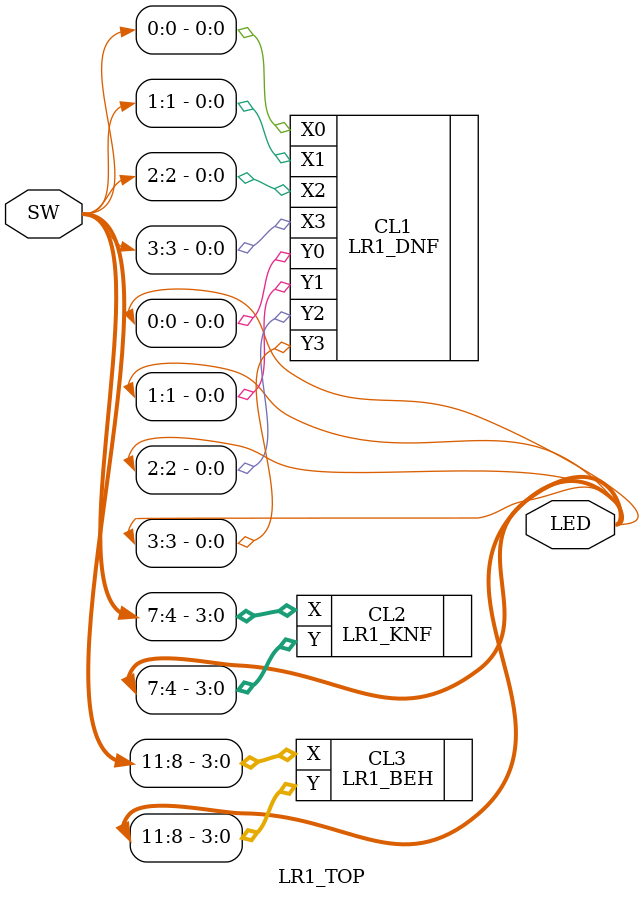
<source format=v>
`timescale 1ns / 1ps
module LR1_TOP(SW, LED);
input  [11:0]SW;
output [11:0]LED;

LR1_DNF CL1 (
               .X3(SW[3]),
               .X2(SW[2]),
               .X1(SW[1]),
               .X0(SW[0]),
               .Y3(LED[3]),
               .Y2(LED[2]),
               .Y1(LED[1]),
               .Y0(LED[0])
               );
            
LR1_KNF CL2 (
               .X(SW[7:4]),
               .Y(LED[7:4])
               );        

LR1_BEH CL3 (
               .X(SW[11:8]),
               .Y(LED[11:8])
               );     
            
endmodule

</source>
